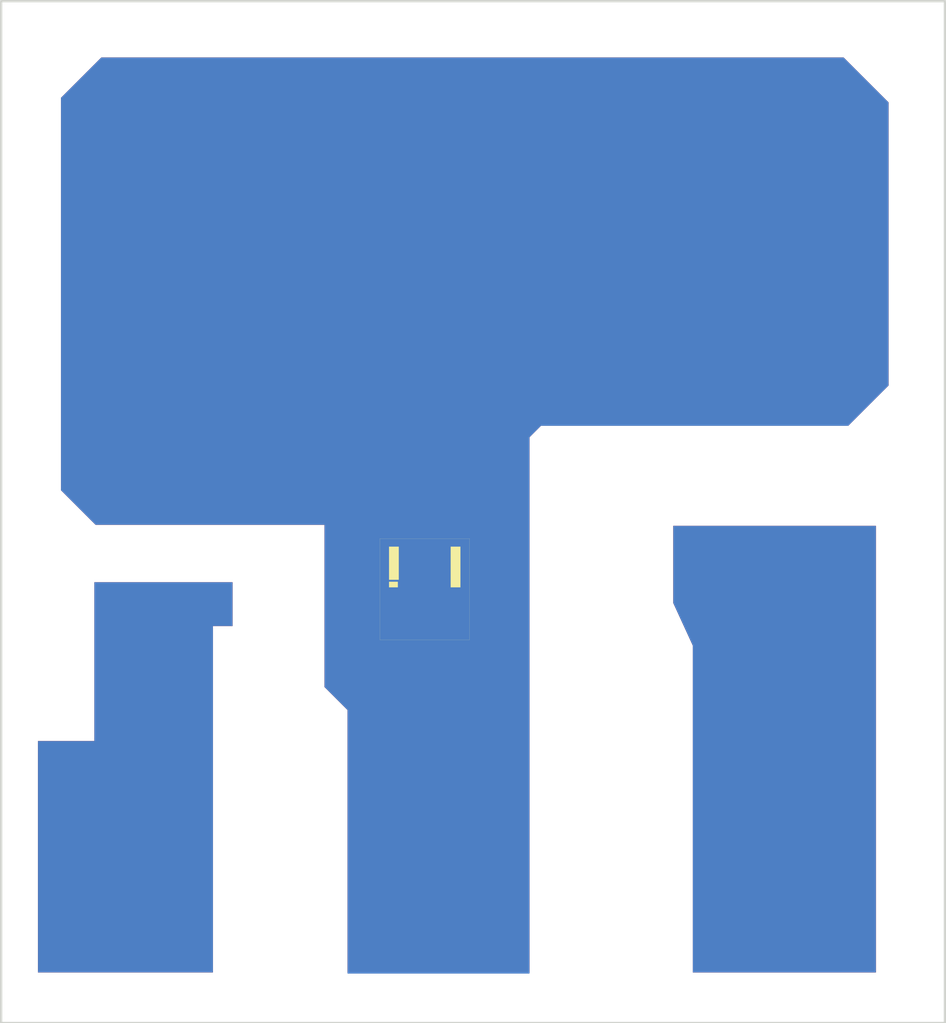
<source format=kicad_pcb>
(kicad_pcb
	(version 20241229)
	(generator "pcbnew")
	(generator_version "9.0")
	(general
		(thickness 2.41)
		(legacy_teardrops no)
	)
	(paper "A4")
	(layers
		(0 "F.Cu" signal)
		(2 "B.Cu" signal)
		(9 "F.Adhes" user "F.Adhesive")
		(11 "B.Adhes" user "B.Adhesive")
		(13 "F.Paste" user)
		(15 "B.Paste" user)
		(5 "F.SilkS" user "F.Silkscreen")
		(7 "B.SilkS" user "B.Silkscreen")
		(1 "F.Mask" user)
		(3 "B.Mask" user)
		(17 "Dwgs.User" user "User.Drawings")
		(19 "Cmts.User" user "User.Comments")
		(21 "Eco1.User" user "User.Eco1")
		(23 "Eco2.User" user "User.Eco2")
		(25 "Edge.Cuts" user)
		(27 "Margin" user)
		(31 "F.CrtYd" user "F.Courtyard")
		(29 "B.CrtYd" user "B.Courtyard")
		(35 "F.Fab" user)
		(33 "B.Fab" user)
		(39 "User.1" user)
		(41 "User.2" user)
		(43 "User.3" user)
		(45 "User.4" user)
		(57 "User.10" user)
	)
	(setup
		(stackup
			(layer "F.SilkS"
				(type "Top Silk Screen")
				(material "GaN")
			)
			(layer "F.Paste"
				(type "Top Solder Paste")
			)
			(layer "F.Mask"
				(type "Top Solder Mask")
				(thickness 0.005)
				(material "Epoxy")
				(epsilon_r 3.3)
				(loss_tangent 0)
			)
			(layer "F.Cu"
				(type "copper")
				(thickness 0.07)
			)
			(layer "dielectric 1"
				(type "prepreg")
				(thickness 2.26)
				(material "FR4")
				(epsilon_r 4.5)
				(loss_tangent 0.02)
			)
			(layer "B.Cu"
				(type "copper")
				(thickness 0.07)
			)
			(layer "B.Mask"
				(type "Bottom Solder Mask")
				(thickness 0.005)
				(material "Epoxy")
				(epsilon_r 3.3)
				(loss_tangent 0)
			)
			(layer "B.Paste"
				(type "Bottom Solder Paste")
			)
			(layer "B.SilkS"
				(type "Bottom Silk Screen")
			)
			(copper_finish "ENIG")
			(dielectric_constraints no)
		)
		(pad_to_mask_clearance 0)
		(allow_soldermask_bridges_in_footprints no)
		(tenting front back)
		(pcbplotparams
			(layerselection 0x00000000_00000000_55555555_5755f5ff)
			(plot_on_all_layers_selection 0x00000000_00000000_00000000_00000000)
			(disableapertmacros no)
			(usegerberextensions no)
			(usegerberattributes yes)
			(usegerberadvancedattributes yes)
			(creategerberjobfile yes)
			(dashed_line_dash_ratio 12.000000)
			(dashed_line_gap_ratio 3.000000)
			(svgprecision 4)
			(plotframeref no)
			(mode 1)
			(useauxorigin no)
			(hpglpennumber 1)
			(hpglpenspeed 20)
			(hpglpendiameter 15.000000)
			(pdf_front_fp_property_popups yes)
			(pdf_back_fp_property_popups yes)
			(pdf_metadata yes)
			(pdf_single_document no)
			(dxfpolygonmode yes)
			(dxfimperialunits yes)
			(dxfusepcbnewfont yes)
			(psnegative no)
			(psa4output no)
			(plot_black_and_white yes)
			(sketchpadsonfab no)
			(plotpadnumbers no)
			(hidednponfab no)
			(sketchdnponfab yes)
			(crossoutdnponfab yes)
			(subtractmaskfromsilk no)
			(outputformat 1)
			(mirror no)
			(drillshape 1)
			(scaleselection 1)
			(outputdirectory "")
		)
	)
	(net 0 "")
	(gr_poly
		(pts
			(xy 6.725 0) (xy 10.675 0) (xy 10.675 -11.625) (xy 10.925 -11.875) (xy 17.6 -11.875) (xy 18.475 -12.75)
			(xy 18.475 -18.9) (xy 17.5 -19.875) (xy 1.375 -19.875) (xy 0.5 -19) (xy 0.5 -10.475) (xy 1.25 -9.725)
			(xy 6.225 -9.725) (xy 6.225 -6.2) (xy 6.725 -5.7) (xy 6.725 0.025)
		)
		(stroke
			(width 0.002)
			(type solid)
		)
		(fill yes)
		(layer "F.Cu")
		(uuid "045bbea4-5a96-4cc9-98e7-bce6dafc43f6")
	)
	(gr_rect
		(start 7.425 -9.425)
		(end 9.375 -7.225)
		(stroke
			(width 0.002)
			(type solid)
		)
		(fill no)
		(layer "F.Cu")
		(uuid "3dea0a88-a71c-480a-87ca-4b5124802d89")
	)
	(gr_poly
		(pts
			(xy 14.225 0) (xy 18.2 0.000157) (xy 18.2 -9.7) (xy 13.8 -9.7) (xy 13.8 -8.025) (xy 14.225 -7.1)
			(xy 14.225 -7.075) (xy 14.225 0)
		)
		(stroke
			(width 0.002)
			(type solid)
		)
		(fill yes)
		(layer "F.Cu")
		(uuid "62d11b99-5472-4b81-a8a8-3b3d39851cd4")
	)
	(gr_poly
		(pts
			(xy 0 0) (xy 3.8 0) (xy 3.8 -7.525) (xy 4.225 -7.525) (xy 4.225 -8.475) (xy 1.225 -8.475) (xy 1.225 -5.025)
			(xy 0 -5.025)
		)
		(stroke
			(width 0.002)
			(type solid)
		)
		(fill yes)
		(layer "F.Cu")
		(uuid "7410ea3b-2726-4ba5-8a0d-30a595c49b54")
	)
	(gr_rect
		(start 8.96575 -9.248262)
		(end 9.17575 -8.365762)
		(stroke
			(width 0.002)
			(type solid)
		)
		(fill yes)
		(layer "F.Cu")
		(uuid "7826fe11-11cc-4ee6-97ea-abc7d90e8ed9")
	)
	(gr_rect
		(start 7.62575 -8.485762)
		(end 7.81575 -8.365762)
		(stroke
			(width 0.002)
			(type solid)
		)
		(fill yes)
		(layer "F.Cu")
		(uuid "a4aff12c-d6a9-4877-8738-1c73c8519bf7")
	)
	(gr_rect
		(start 7.425 -9.425)
		(end 9.375 -7.225)
		(stroke
			(width 0.002)
			(type solid)
		)
		(fill no)
		(layer "F.Cu")
		(uuid "e21ba0f6-5a7f-412f-9d80-0bdea1aa55d9")
	)
	(gr_rect
		(start 7.62575 -9.248262)
		(end 7.83575 -8.530762)
		(stroke
			(width 0.002)
			(type solid)
		)
		(fill yes)
		(layer "F.Cu")
		(uuid "e73998f9-c036-438e-9005-1a4c6133b14b")
	)
	(gr_poly
		(pts
			(xy 14.225 0) (xy 18.2 0) (xy 18.2 -9.7) (xy 13.8 -9.7) (xy 13.8 -8.025) (xy 14.225 -7.1) (xy 14.225 -7.075)
			(xy 14.225 0)
		)
		(stroke
			(width 0.002)
			(type solid)
		)
		(fill yes)
		(layer "F.Mask")
		(uuid "5968da13-b8f2-4d82-ac7f-fcd7bf9583e3")
	)
	(gr_poly
		(pts
			(xy 6.725 0) (xy 10.675 0) (xy 10.675 -6.525) (xy 6.225 -6.525) (xy 6.225 -6.225) (xy 6.725 -5.725)
		)
		(stroke
			(width 0.002)
			(type solid)
		)
		(fill yes)
		(layer "F.Mask")
		(uuid "7a89af1b-f0e9-426c-a76a-4b1ccc2141e9")
	)
	(gr_poly
		(pts
			(xy 0 0) (xy 3.8 0) (xy 3.8 -7.525) (xy 4.225 -7.525) (xy 4.225 -8.475) (xy 1.225 -8.475) (xy 1.225 -5.025)
			(xy 0 -5.025)
		)
		(stroke
			(width 0.002)
			(type solid)
		)
		(fill yes)
		(layer "F.Mask")
		(uuid "9429d681-ad6b-473b-868c-fe829fad61a6")
	)
	(gr_poly
		(pts
			(xy 6.225 -6.8) (xy 10.675 -6.8) (xy 10.675 -10.35) (xy 6.225 -10.35)
		)
		(stroke
			(width 0.002)
			(type solid)
		)
		(fill yes)
		(layer "F.Mask")
		(uuid "b1d3dff6-0713-486d-a03f-9cc150599929")
	)
	(gr_poly
		(pts
			(xy 5.225 -9.725) (xy 5.225 -11.979954) (xy 17.654733 -11.929733) (xy 18.475 -12.75) (xy 18.475 -18.9)
			(xy 17.5 -19.875) (xy 1.375 -19.875) (xy 0.5 -19) (xy 0.5 -10.475) (xy 1.25 -9.725)
		)
		(stroke
			(width 0.1)
			(type solid)
		)
		(fill yes)
		(layer "F.Mask")
		(uuid "c1bd4543-da1c-4a94-9429-8a85b3d1f1f3")
	)
	(gr_poly
		(pts
			(xy 0 0) (xy 3.8 0) (xy 3.8 -7.525) (xy 4.225 -7.525) (xy 4.225 -8.475) (xy 1.225 -8.475) (xy 1.225 -5.025)
			(xy 0 -5.025)
		)
		(stroke
			(width 0.002)
			(type solid)
		)
		(fill yes)
		(layer "B.Cu")
		(uuid "71db050c-84ff-4909-a1b3-73785f5a62d6")
	)
	(gr_poly
		(pts
			(xy 14.225 0) (xy 18.2 0) (xy 18.2 -9.7) (xy 13.8 -9.7) (xy 13.8 -8.025) (xy 14.225 -7.1) (xy 14.225 -7.075)
			(xy 14.225 0)
		)
		(stroke
			(width 0.002)
			(type solid)
		)
		(fill yes)
		(layer "B.Cu")
		(uuid "df13fdb9-55ef-4ebd-8f43-fd12ffef130d")
	)
	(gr_poly
		(pts
			(xy 6.725 0.025) (xy 10.675 0.025) (xy 10.675 -11.625) (xy 10.925 -11.875) (xy 17.6 -11.875) (xy 18.475 -12.75)
			(xy 18.475 -18.9) (xy 17.5 -19.875) (xy 1.375 -19.875) (xy 0.5 -19) (xy 0.5 -10.475) (xy 1.25 -9.725)
			(xy 6.225 -9.725) (xy 6.225 -6.2) (xy 6.725 -5.7) (xy 6.725 0.025)
		)
		(stroke
			(width 0.002)
			(type solid)
		)
		(fill yes)
		(layer "B.Cu")
		(uuid "e6092158-ebff-4847-bee0-fd03593b722d")
	)
	(gr_poly
		(pts
			(xy 14.225 0) (xy 18.2 0) (xy 18.2 -9.7) (xy 13.8 -9.7) (xy 13.8 -8.025) (xy 14.225 -7.1) (xy 14.225 -7.075)
			(xy 14.225 0)
		)
		(stroke
			(width 0.002)
			(type solid)
		)
		(fill yes)
		(layer "B.Mask")
		(uuid "29965b30-61d7-4c31-8d8d-00ca733f51cd")
	)
	(gr_poly
		(pts
			(xy 0 0) (xy 3.8 0) (xy 3.8 -7.525) (xy 4.225 -7.525) (xy 4.225 -8.475) (xy 1.225 -8.475) (xy 1.225 -5.025)
			(xy 0 -5.025)
		)
		(stroke
			(width 0.002)
			(type solid)
		)
		(fill yes)
		(layer "B.Mask")
		(uuid "55e305b5-50f6-427f-9c2a-f8fb53dc996e")
	)
	(gr_poly
		(pts
			(xy 6.725 0.025) (xy 10.675 0.025) (xy 10.675 -11.625) (xy 10.925 -11.875) (xy 17.6 -11.875) (xy 18.475 -12.75)
			(xy 18.475 -18.9) (xy 17.5 -19.875) (xy 1.375 -19.875) (xy 0.5 -19) (xy 0.5 -10.475) (xy 1.25 -9.725)
			(xy 6.225 -9.725) (xy 6.225 -6.2) (xy 6.725 -5.7) (xy 6.725 0.025)
		)
		(stroke
			(width 0.002)
			(type solid)
		)
		(fill yes)
		(layer "B.Mask")
		(uuid "ba6b09eb-84b2-49c2-93ec-32a541640587")
	)
	(gr_rect
		(start 8.96575 -9.248262)
		(end 9.17575 -8.365762)
		(stroke
			(width 0.002)
			(type solid)
		)
		(fill yes)
		(layer "F.SilkS")
		(uuid "2e9c8596-7043-4aa6-a7d2-26d9ea52dcb8")
	)
	(gr_rect
		(start 7.62575 -9.248262)
		(end 7.83575 -8.530762)
		(stroke
			(width 0.002)
			(type solid)
		)
		(fill yes)
		(layer "F.SilkS")
		(uuid "3280bc94-303e-4c6a-97aa-7243e29726bc")
	)
	(gr_rect
		(start 7.62575 -8.485762)
		(end 7.81575 -8.365762)
		(stroke
			(width 0.002)
			(type solid)
		)
		(fill yes)
		(layer "F.SilkS")
		(uuid "932dd30a-a839-4fdd-a83c-90db484c5dc3")
	)
	(gr_rect
		(start 7.425 -9.425)
		(end 9.375 -7.225)
		(stroke
			(width 0.002)
			(type solid)
		)
		(fill no)
		(layer "F.SilkS")
		(uuid "ceaea2ea-3e3e-4cec-a32b-576ea98b17cb")
	)
	(gr_rect
		(start 6.925 -9.925)
		(end 9.975 -6.725)
		(stroke
			(width 0.002)
			(type solid)
		)
		(fill yes)
		(layer "F.Adhes")
		(uuid "960ace1e-7c64-4362-a4f6-9b2c511a48cb")
	)
	(gr_rect
		(start 8.96575 -9.248262)
		(end 9.17575 -8.365762)
		(stroke
			(width 0.002)
			(type solid)
		)
		(fill yes)
		(layer "Dwgs.User")
		(uuid "1404e964-44ac-468b-8b6d-3bbd9d6ed566")
	)
	(gr_rect
		(start 7.62575 -8.485762)
		(end 7.81575 -8.365762)
		(stroke
			(width 0.002)
			(type solid)
		)
		(fill yes)
		(layer "Dwgs.User")
		(uuid "1cd750d5-72cc-42ca-8dde-428199d9af54")
	)
	(gr_rect
		(start 7.62575 -9.248262)
		(end 7.83575 -8.530762)
		(stroke
			(width 0.002)
			(type solid)
		)
		(fill yes)
		(layer "Dwgs.User")
		(uuid "249685ce-5990-441c-89f2-8307825b5d23")
	)
	(gr_rect
		(start 7.425 -9.425)
		(end 9.375 -7.225)
		(stroke
			(width 0.002)
			(type solid)
		)
		(fill no)
		(layer "Dwgs.User")
		(uuid "6f102902-0673-4dcf-960f-2b5ca9340b4d")
	)
	(gr_rect
		(start -0.8 -21.1)
		(end 19.7 1.1)
		(stroke
			(width 0.05)
			(type default)
		)
		(fill no)
		(layer "Edge.Cuts")
		(uuid "0a6a4fc6-ad36-4977-a555-a94d8d58eae3")
	)
	(embedded_fonts no)
)

</source>
